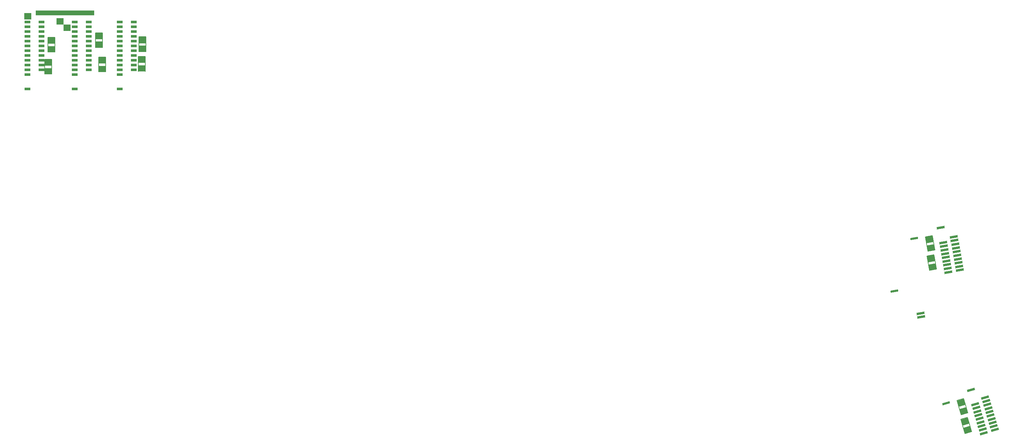
<source format=gbr>
*
G4_C Author: OrCAD GerbTool(tm) 8.1.1 Thu Jun 19 00:37:15 2003*
%LPD*%
%FSLAX34Y34*%
%MOIN*%
%AD*%
%AMD26R98*
20,1,0.027000,0.000000,-0.036000,0.000000,0.036000,98.600000*
%
%AMD26R98N2*
20,1,0.027000,0.000000,-0.036000,0.000000,0.036000,98.600000*
%
%AMD26R86*
20,1,0.027000,0.000000,-0.036000,0.000000,0.036000,86.080000*
%
%AMD17R5*
20,1,0.027000,-0.036000,0.000000,0.036000,0.000000,5.450000*
%
%AMD17R5N2*
20,1,0.027000,-0.036000,0.000000,0.036000,0.000000,5.450000*
%
%AMD29R3*
20,1,0.027000,0.035920,-0.002460,-0.035920,0.002460,3.950000*
%
%AMD29R3N2*
20,1,0.027000,0.035920,-0.002460,-0.035920,0.002460,3.910000*
%
%AMD29R3N3*
20,1,0.027000,0.035920,-0.002460,-0.035920,0.002460,3.920000*
%
%AMD30R80*
20,1,0.024000,0.000000,-0.041000,0.000000,0.041000,80.000000*
%
%AMD26R80*
20,1,0.027000,0.000000,-0.036000,0.000000,0.036000,80.000000*
%
%AMD29R80*
20,1,0.022000,0.000000,-0.040000,0.000000,0.040000,80.000000*
%
%AMD35R20*
20,1,0.024000,0.040380,-0.007120,-0.040380,0.007120,20.000000*
%
%AMD36R20*
20,1,0.027000,0.035450,-0.006250,-0.035450,0.006250,20.000000*
%
%AMD37R20*
20,1,0.022000,0.039390,-0.006950,-0.039390,0.006950,20.000000*
%
%AMD29R100*
20,1,0.022000,0.000000,-0.040000,0.000000,0.040000,100.000000*
%
%AMD30R106*
20,1,0.024000,0.000000,-0.041000,0.000000,0.041000,106.600000*
%
%AMD26R106*
20,1,0.027000,0.000000,-0.036000,0.000000,0.036000,106.600000*
%
%AMD29R106*
20,1,0.022000,0.000000,-0.040000,0.000000,0.040000,106.600000*
%
%AMD29R100N2*
20,1,0.022000,0.000000,-0.040000,0.000000,0.040000,100.000000*
%
%AMD30R100*
20,1,0.024000,0.000000,-0.041000,0.000000,0.041000,100.000000*
%
%AMD30R100N2*
20,1,0.024000,0.000000,-0.041000,0.000000,0.041000,100.000000*
%
%AMD26R100*
20,1,0.027000,0.000000,-0.036000,0.000000,0.036000,100.000000*
%
%AMD29R100N3*
20,1,0.022000,0.000000,-0.040000,0.000000,0.040000,100.000000*
%
%AMD47R1*
20,1,0.024000,0.040380,0.007120,-0.040380,-0.007120,1.000000*
%
%AMD48R1*
20,1,0.027000,0.035450,0.006250,-0.035450,-0.006250,1.000000*
%
%AMD49R1*
20,1,0.022000,0.039390,0.006950,-0.039390,-0.006950,1.000000*
%
%AMD50R1*
20,1,0.024000,0.040250,0.007820,-0.040250,-0.007820,1.000000*
%
%AMD51R1*
20,1,0.027000,0.035340,0.006870,-0.035340,-0.006870,1.000000*
%
%AMD52R1*
20,1,0.022000,0.039260,0.007640,-0.039260,-0.007640,1.000000*
%
%AMD53R1*
20,1,0.024000,0.040110,0.008520,-0.040110,-0.008520,1.000000*
%
%AMD54R1*
20,1,0.027000,0.035210,0.007490,-0.035210,-0.007490,1.000000*
%
%AMD55R1*
20,1,0.022000,0.039120,0.008320,-0.039120,-0.008320,1.000000*
%
%AMD56R1*
20,1,0.024000,0.039960,0.009220,-0.039960,-0.009220,1.000000*
%
%AMD57R1*
20,1,0.027000,0.035070,0.008100,-0.035070,-0.008100,1.000000*
%
%AMD58R1*
20,1,0.022000,0.038970,0.009000,-0.038970,-0.009000,1.000000*
%
%AMD59R1*
20,1,0.024000,0.039790,0.009920,-0.039790,-0.009920,1.000000*
%
%AMD60R1*
20,1,0.027000,0.034920,0.008710,-0.034920,-0.008710,1.000000*
%
%AMD61R1*
20,1,0.022000,0.038810,0.009680,-0.038810,-0.009680,1.000000*
%
%AMD62R1*
20,1,0.024000,0.039610,0.010610,-0.039610,-0.010610,1.000000*
%
%AMD63R1*
20,1,0.027000,0.034760,0.009320,-0.034760,-0.009320,1.000000*
%
%AMD64R1*
20,1,0.022000,0.038640,0.010360,-0.038640,-0.010360,1.000000*
%
%AMD65R0*
20,1,0.024000,0.039420,0.011300,-0.039420,-0.011300,0.500000*
%
%AMD66R0*
20,1,0.027000,0.034590,0.009930,-0.034590,-0.009930,0.500000*
%
%AMD67R0*
20,1,0.022000,0.038450,0.011030,-0.038450,-0.011030,0.500000*
%
%ADD10R,0.050000X0.050000*%
%ADD11C,0.006000*%
%ADD12C,0.019000*%
%ADD13C,0.007900*%
%ADD14C,0.005000*%
%ADD15C,0.000800*%
%ADD16R,0.070000X0.025000*%
%ADD17R,0.068000X0.023000*%
%ADD18C,0.006000*%
%ADD19C,0.009800*%
%ADD20C,0.010000*%
%ADD21C,0.030000*%
%ADD22C,0.060000*%
%ADD23C,0.035000*%
%ADD24C,0.055000*%
%ADD25C,0.065000*%
%ADD26R,0.027000X0.072000*%
%ADD27D26R98*%
%ADD28R,0.031000X0.060000*%
%ADD29R,0.022000X0.080000*%
%ADD30R,0.024000X0.082000*%
%ADD31D17R5N2*%
%ADD32D29R3*%
%ADD33R,0.072000X0.027000*%
%ADD34R,0.072000X0.027000*%
%ADD35D30R80*%
%ADD36D26R80*%
%ADD37D29R80*%
%ADD38D35R20*%
%ADD39D36R20*%
%ADD40D37R20*%
%ADD41D29R100*%
%ADD42D30R106*%
%ADD43D26R106*%
%ADD44D29R106*%
%ADD45D29R100N2*%
%ADD46D30R100*%
%ADD47D30R100N2*%
%ADD48D26R100*%
%ADD49D29R100N3*%
%ADD50D47R1*%
%ADD51D48R1*%
%ADD52D49R1*%
%ADD53D50R1*%
%ADD54D51R1*%
%ADD55D52R1*%
%ADD56D53R1*%
%ADD57D54R1*%
%ADD58D55R1*%
%ADD59D56R1*%
%ADD60D57R1*%
%ADD61D58R1*%
%ADD62D59R1*%
%ADD63D60R1*%
%ADD64D61R1*%
%ADD65D62R1*%
%ADD66D63R1*%
%ADD67D64R1*%
%ADD68D65R0*%
%ADD69D66R0*%
%ADD70D67R0*%
%ADD256R,0.060000X0.031000*%
G4_C OrCAD GerbTool Tool List *
G54D10*
G1X1810Y59831D2*
G1X7410Y59831D1*
G54D33*
G1X4115Y58763D3*
G1X4115Y58963D3*
G1X4115Y59147D3*
G1X4830Y58113D3*
G1X4830Y58313D3*
G1X4830Y58497D3*
G1X749Y59301D3*
G1X749Y59501D3*
G1X749Y59685D3*
G54D256*
G1X11799Y58883D3*
G1X11799Y58384D3*
G1X11799Y57883D3*
G1X11799Y55384D3*
G1X11799Y55883D3*
G1X11800Y56383D3*
G1X11800Y56883D3*
G1X11799Y57383D3*
G1X11800Y53882D3*
G1X11799Y54384D3*
G1X11799Y54883D3*
G1X10330Y58885D3*
G1X10330Y58386D3*
G1X10329Y57884D3*
G1X10329Y57385D3*
G1X10329Y56886D3*
G1X10329Y56385D3*
G1X10330Y55885D3*
G1X10330Y55386D3*
G1X10328Y54885D3*
G1X10329Y54386D3*
G1X10329Y53885D3*
G1X10329Y51885D3*
G1X10330Y53385D3*
G54D33*
G1X12635Y53847D3*
G1X12634Y54045D3*
G1X12635Y54229D3*
G1X12636Y54748D3*
G1X12637Y54947D3*
G1X12636Y55130D3*
G1X13000Y55287D2*
G54D18*
G1X13000Y53742D1*
G1X13000Y55288D2*
G1X12263Y55288D1*
G1X12263Y55289D2*
G1X12263Y53742D1*
G54D33*
G1X12712Y55911D3*
G1X12711Y56109D3*
G1X12712Y56293D3*
G1X12713Y56812D3*
G1X12714Y57011D3*
G1X12713Y57194D3*
G1X13076Y57350D2*
G54D18*
G1X13076Y55805D1*
G1X13076Y57351D2*
G1X12339Y57351D1*
G1X12339Y57352D2*
G1X12339Y55805D1*
G54D256*
G1X7110Y55385D3*
G1X7110Y55884D3*
G1X7111Y56384D3*
G1X7111Y56884D3*
G1X7110Y57384D3*
G1X7111Y53883D3*
G1X7110Y54385D3*
G1X7110Y54884D3*
G1X5641Y58885D3*
G1X5641Y58386D3*
G1X5640Y57884D3*
G1X5640Y57385D3*
G1X5640Y56886D3*
G1X5640Y56385D3*
G1X5641Y55885D3*
G1X5641Y55386D3*
G1X5639Y54885D3*
G1X5640Y54386D3*
G1X5640Y53885D3*
G1X5640Y51885D3*
G1X5641Y53385D3*
G1X7110Y57883D3*
G1X7110Y58883D3*
G1X7110Y58384D3*
G54D33*
G1X8504Y53793D3*
G1X8503Y53991D3*
G1X8504Y54175D3*
G1X8505Y54694D3*
G1X8506Y54893D3*
G1X8505Y55076D3*
G1X8868Y55232D2*
G54D18*
G1X8868Y53687D1*
G1X8868Y55233D2*
G1X8132Y55233D1*
G1X8132Y55234D2*
G1X8132Y53687D1*
G54D33*
G1X8173Y56335D3*
G1X8172Y56533D3*
G1X8173Y56717D3*
G1X8174Y57236D3*
G1X8175Y57435D3*
G1X8174Y57618D3*
G1X8538Y57774D2*
G54D18*
G1X8538Y56229D1*
G1X8538Y57775D2*
G1X7801Y57775D1*
G1X7801Y57776D2*
G1X7801Y56229D1*
G54D256*
G1X2181Y58882D3*
G1X2181Y58383D3*
G1X2181Y57882D3*
G1X2181Y55383D3*
G1X2181Y55882D3*
G1X2182Y56382D3*
G1X2182Y56882D3*
G1X2181Y57382D3*
G1X2182Y53881D3*
G1X2181Y54383D3*
G1X2181Y54882D3*
G1X711Y58884D3*
G1X711Y58385D3*
G1X710Y57883D3*
G1X710Y57384D3*
G1X710Y56885D3*
G1X710Y56384D3*
G1X711Y55884D3*
G1X711Y55385D3*
G1X709Y54884D3*
G1X710Y54385D3*
G1X710Y53884D3*
G1X710Y51883D3*
G1X711Y53384D3*
G54D33*
G1X2891Y53558D3*
G1X2890Y53756D3*
G1X2891Y53940D3*
G1X2892Y54459D3*
G1X2893Y54658D3*
G1X2892Y54841D3*
G1X3256Y54997D2*
G54D18*
G1X3256Y53452D1*
G1X3256Y54998D2*
G1X2519Y54998D1*
G1X2519Y54999D2*
G1X2519Y53452D1*
G54D33*
G1X3210Y55862D3*
G1X3209Y56060D3*
G1X3210Y56244D3*
G1X3211Y56763D3*
G1X3212Y56962D3*
G1X3211Y57145D3*
G1X3575Y57301D2*
G54D18*
G1X3575Y55756D1*
G1X3575Y57302D2*
G1X2838Y57302D1*
G1X2838Y57303D2*
G1X2838Y55756D1*
G54D47*
G1X98039Y32948D3*
G1X97970Y33337D3*
G1X97902Y33724D3*
G1X97834Y34111D3*
G1X97765Y34499D3*
G1X97697Y34886D3*
G1X97629Y35274D3*
G1X97560Y35662D3*
G1X97492Y36050D3*
G1X97423Y36437D3*
G1X96856Y32739D3*
G1X96788Y33127D3*
G1X96719Y33514D3*
G1X96651Y33902D3*
G1X96582Y34290D3*
G1X96514Y34677D3*
G1X96446Y35065D3*
G1X96377Y35453D3*
G1X96309Y35841D3*
G1X96036Y37390D3*
G54D48*
G1X95231Y33090D3*
G1X95196Y33285D3*
G1X95165Y33466D3*
G1X95076Y33978D3*
G1X95042Y34174D3*
G1X95010Y34354D3*
G1X95341Y34571D2*
G54D18*
G1X95609Y33049D1*
G1X95341Y34572D2*
G1X94615Y34444D1*
G1X94615Y34445D2*
G1X94883Y32921D1*
G54D48*
G1X95069Y35092D3*
G1X95034Y35286D3*
G1X95003Y35468D3*
G1X94914Y35979D3*
G1X94880Y36175D3*
G1X94848Y36355D3*
G1X95179Y36572D2*
G54D18*
G1X95447Y35051D1*
G1X95179Y36573D2*
G1X94453Y36445D1*
G1X94453Y36446D2*
G1X94721Y34923D1*
G54D49*
G1X93285Y36275D3*
G54D68*
G1X101699Y16248D3*
G1X101587Y16627D3*
G1X101476Y17004D3*
G1X101364Y17380D3*
G1X101252Y17758D3*
G1X101140Y18135D3*
G1X101029Y18513D3*
G1X100917Y18891D3*
G1X100805Y19268D3*
G1X100693Y19645D3*
G1X100548Y15907D3*
G1X100436Y16285D3*
G1X100324Y16662D3*
G1X100212Y17039D3*
G1X100100Y17417D3*
G1X99989Y17794D3*
G1X99877Y18172D3*
G1X99765Y18549D3*
G1X99653Y18927D3*
G1X99206Y20435D3*
G54D69*
G1X98894Y16072D3*
G1X98837Y16262D3*
G1X98785Y16438D3*
G1X98639Y16936D3*
G1X98583Y17127D3*
G1X98530Y17303D3*
G1X98835Y17555D2*
G54D18*
G1X99274Y16074D1*
G1X98835Y17556D2*
G1X98128Y17347D1*
G1X98128Y17348D2*
G1X98567Y15865D1*
G54D69*
G1X98506Y18042D3*
G1X98449Y18232D3*
G1X98398Y18408D3*
G1X98251Y18906D3*
G1X98196Y19097D3*
G1X98143Y19273D3*
G1X98448Y19526D2*
G54D18*
G1X98886Y18044D1*
G1X98447Y19527D2*
G1X97741Y19317D1*
G1X97740Y19318D2*
G1X98180Y17835D1*
G54D70*
G1X96599Y19016D3*
G54D45*
G1X91224Y30758D3*
G54D46*
G1X94016Y28053D3*
G1X93943Y28440D3*
M2*

</source>
